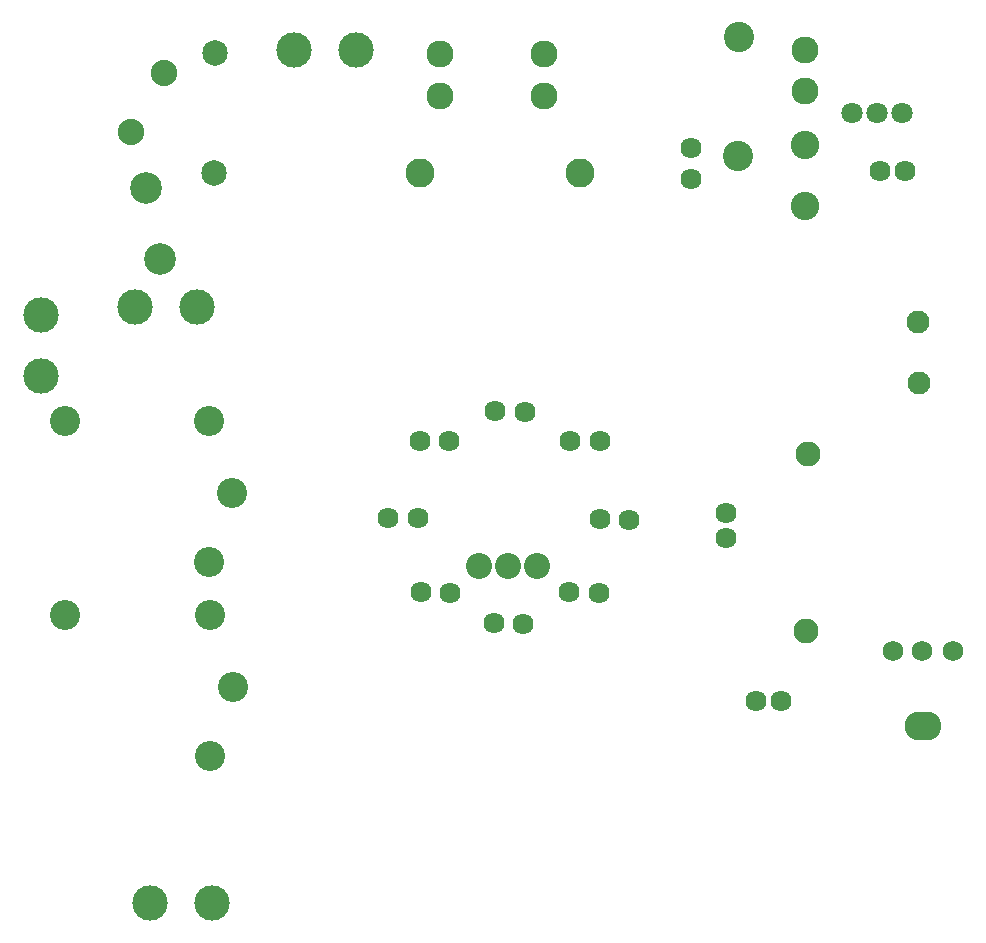
<source format=gtl>
G04 Layer: TopLayer*
G04 EasyEDA Pro v1.8.39.fb3963, 2022-10-20 14:29:14*
G04 Gerber Generator version 0.3*
G04 Scale: 100 percent, Rotated: No, Reflected: No*
G04 Dimensions in millimeters*
G04 Leading zeros omitted, absolute positions, 4 integers and 2 decimals*
%FSLAX42Y42*%
%MOMM*%
%ADD10C,2.436073*%
%ADD11C,2.567109*%
%ADD12C,2.202899*%
%ADD13C,1.738963*%
%ADD14C,1.952219*%
%ADD15C,2.119452*%
%ADD16C,2.551212*%
%ADD17C,2.551217*%
%ADD18C,1.789095*%
%ADD19C,1.786303*%
%ADD20C,1.786298*%
%ADD21C,2.412926*%
%ADD22C,2.412921*%
%ADD23C,1.804939*%
%ADD24C,1.804934*%
%ADD25C,1.78909*%
%ADD26C,2.465913*%
%ADD27C,2.465908*%
%ADD28C,2.291243*%
%ADD29C,2.675514*%
%ADD30C,2.999999*%
%ADD31C,2.161591*%
%ADD32C,2.240384*%
G75*


G04 Pad Start*
G54D10*
G01X101578Y58403D03*
G01X101613Y58403D03*
G01X101545Y58403D03*
G54D11*
G01X100014Y64233D03*
G01X100012Y63226D03*
G54D12*
G01X98311Y59752D03*
G01X98064Y59752D03*
G01X97817Y59752D03*
G54D13*
G01X101319Y59037D03*
G01X101570Y59037D03*
G01X101829Y59037D03*
G54D14*
G01X101540Y61307D03*
G01X101532Y61818D03*
G54D15*
G01X100598Y60705D03*
G01X100587Y59203D03*
G54D16*
G01X94314Y59339D03*
G01X95536Y58145D03*
G01X95732Y58727D03*
G54D17*
G01X95536Y59342D03*
G54D16*
G01X94312Y60980D03*
G01X95534Y59785D03*
G01X95729Y60368D03*
G54D17*
G01X95534Y60983D03*
G54D18*
G01X99905Y59994D03*
G01X99905Y60202D03*
G01X100370Y58611D03*
G01X100163Y58611D03*
G01X101421Y63099D03*
G01X101213Y63099D03*
G54D19*
G01X97297Y60158D03*
G54D20*
G01X97049Y60163D03*
G54D19*
G01X97572Y59527D03*
G54D20*
G01X97323Y59532D03*
G54D19*
G01X98190Y59265D03*
G54D20*
G01X97941Y59270D03*
G54D19*
G01X98831Y59527D03*
G54D20*
G01X98582Y59532D03*
G54D19*
G01X99089Y60145D03*
G54D20*
G01X98840Y60150D03*
G54D19*
G01X98837Y60808D03*
G54D20*
G01X98588Y60813D03*
G54D19*
G01X98203Y61060D03*
G54D20*
G01X97954Y61065D03*
G54D19*
G01X97562Y60808D03*
G54D20*
G01X97313Y60813D03*
G54D21*
G01X100574Y63317D03*
G54D22*
G01X100574Y62802D03*
G54D23*
G01X100973Y63593D03*
G54D24*
G01X101185Y63593D03*
G54D23*
G01X101396Y63593D03*
G54D25*
G01X99612Y63030D03*
G01X99612Y63296D03*
G54D26*
G01X97320Y63082D03*
G54D27*
G01X98675Y63078D03*
G54D28*
G01X100573Y63772D03*
G01X100573Y64123D03*
G01X98364Y63735D03*
G01X98364Y64085D03*
G01X97486Y63736D03*
G01X97486Y64087D03*
G54D29*
G01X94994Y62951D03*
G01X95113Y62352D03*
G54D30*
G01X95425Y61943D03*
G01X94905Y61943D03*
G01X95553Y56902D03*
G01X95034Y56902D03*
G01X94110Y61883D03*
G01X94110Y61364D03*
G01X96773Y64124D03*
G01X96253Y64124D03*
G54D31*
G01X95578Y64094D03*
G01X95573Y63084D03*
G54D32*
G01X95151Y63928D03*
G01X94869Y63427D03*
G04 Pad End*

M02*

</source>
